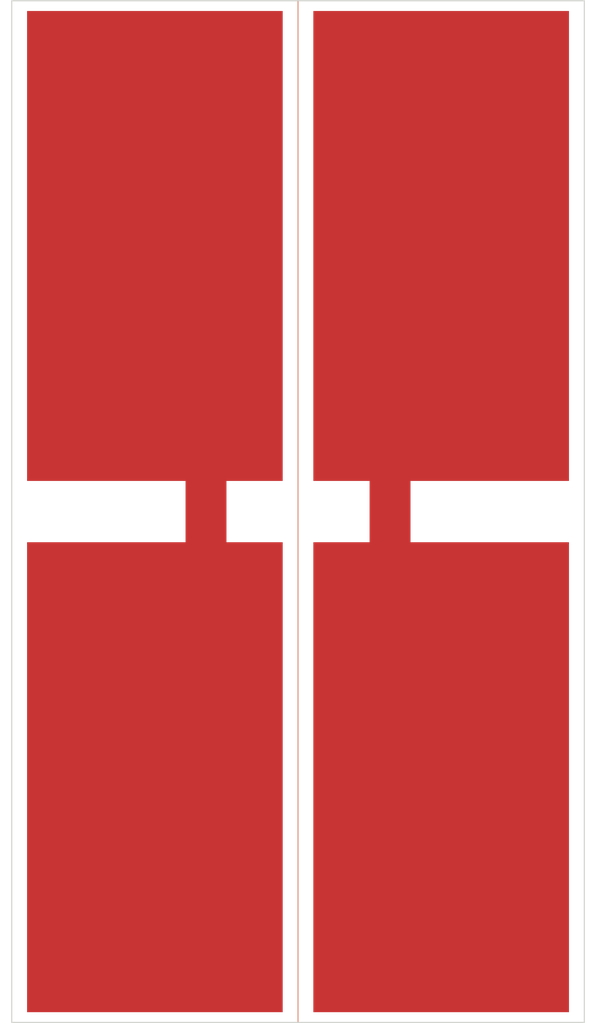
<source format=kicad_pcb>
(kicad_pcb (version 20211014) (generator pcbnew)
  (layers (0 "F.Cu" signal) (31 "B.Cu" signal) (34 "B.Paste" user) (35 "F.Paste" user) (36 "B.SilkS" user "B.Silkscreen") (37 "F.SilkS" user "F.Silkscreen") (38 "B.Mask" user) (39 "F.Mask" user) (44 "Edge.Cuts" user))
  (net 0 "")
  (net 1 "Net-(J1-Pad1)")
  (net 2 "Net-(J2-Pad1)")
  (footprint "SlidePlate:CapPlate" (layer "F.Cu") (at 34 44)
    (fp_text reference "J4" hide)
    (fp_text value "Conn_01x01")
    (pad "1" smd rect (at 0 0) (size 25 46) (layers "F.Cu") (net 2 "Net-(J2-Pad1)"))
  )
  (footprint "MountingHole:MountingHole_3.7mm" (layer "F.Cu") (at 52 70)
    (fp_text reference "H2" hide)
    (fp_text value "MountingHole")
    (pad "" np_thru_hole circle (at 0 0) (size 3.7 3.7) (drill 3.7) (layers *.Cu *.Mask))
  )
  (footprint "MountingHole:MountingHole_3.7mm" (layer "F.Cu") (at 24 70)
    (fp_text reference "H5" hide)
    (fp_text value "MountingHole")
    (pad "" np_thru_hole circle (at 0 0) (size 3.7 3.7) (drill 3.7) (layers *.Cu *.Mask))
  )
  (footprint "SlidePlate:CapPlate" (layer "F.Cu") (at 62 44)
    (fp_text reference "J3" hide)
    (fp_text value "Conn_01x01")
    (pad "1" smd rect (at 0 0) (size 25 46) (layers "F.Cu") (net 1 "Net-(J1-Pad1)"))
  )
  (footprint "SlidePlate:CapPlate" (layer "F.Cu") (at 34 96)
    (fp_text reference "J2" hide)
    (fp_text value "Conn_01x01")
    (pad "1" smd rect (at 0 0) (size 25 46) (layers "F.Cu") (net 2 "Net-(J2-Pad1)"))
  )
  (footprint "SlidePlate:CapPlate" (layer "F.Cu") (at 62 96)
    (fp_text reference "J1" hide)
    (fp_text value "Conn_01x01")
    (pad "1" smd rect (at 0 0) (size 25 46) (layers "F.Cu") (net 1 "Net-(J1-Pad1)"))
  )
  (footprint "MountingHole:MountingHole_3.7mm" (layer "F.Cu") (at 72 70)
    (fp_text reference "H6" hide)
    (fp_text value "MountingHole")
    (pad "" np_thru_hole circle (at 0 0) (size 3.7 3.7) (drill 3.7) (layers *.Cu *.Mask))
  )
  (footprint "MountingHole:MountingHole_3.7mm" (layer "F.Cu") (at 34 70)
    (fp_text reference "H4" hide)
    (fp_text value "MountingHole")
    (pad "" np_thru_hole circle (at 0 0) (size 3.7 3.7) (drill 3.7) (layers *.Cu *.Mask))
  )
  (footprint "MountingHole:MountingHole_3.7mm" (layer "F.Cu") (at 44 70)
    (fp_text reference "H1" hide)
    (fp_text value "MountingHole")
    (pad "" np_thru_hole circle (at 0 0) (size 3.7 3.7) (drill 3.7) (layers *.Cu *.Mask))
  )
  (footprint "MountingHole:MountingHole_3.7mm" (layer "F.Cu") (at 62 70)
    (fp_text reference "H3" hide)
    (fp_text value "MountingHole")
    (pad "" np_thru_hole circle (at 0 0) (size 3.7 3.7) (drill 3.7) (layers *.Cu *.Mask))
  )
  (gr_line (start 48 20) (end 48 120) (layer "B.SilkS") (width 0.15))
  (gr_line (start 48 120) (end 48 20) (layer "F.SilkS") (width 0.15))
  (gr_line (start 20 120) (end 20 20) (layer "Edge.Cuts") (width 0.1))
  (gr_line (start 20 20) (end 76 20) (layer "Edge.Cuts") (width 0.1))
  (gr_line (start 76 120) (end 20 120) (layer "Edge.Cuts") (width 0.1))
  (gr_line (start 76 20) (end 76 120) (layer "Edge.Cuts") (width 0.1))
  (segment (start 57 91) (end 62 96) (width 4) (layer "F.Cu") (net 1))
  (segment (start 62 96) (end 59 93) (width 8) (layer "F.Cu") (net 1))
  (segment (start 57 49) (end 57 91) (width 4) (layer "F.Cu") (net 1))
  (segment (start 62 44) (end 57 49) (width 4) (layer "F.Cu") (net 1))
  (segment (start 39 91) (end 39 49) (width 4) (layer "F.Cu") (net 2))
  (segment (start 34 96) (end 39 91) (width 4) (layer "F.Cu") (net 2))
  (segment (start 39 49) (end 34 44) (width 4) (layer "F.Cu") (net 2))
  (segment (start 37 47) (end 34 44) (width 8) (layer "F.Cu") (net 2))
)
</source>
